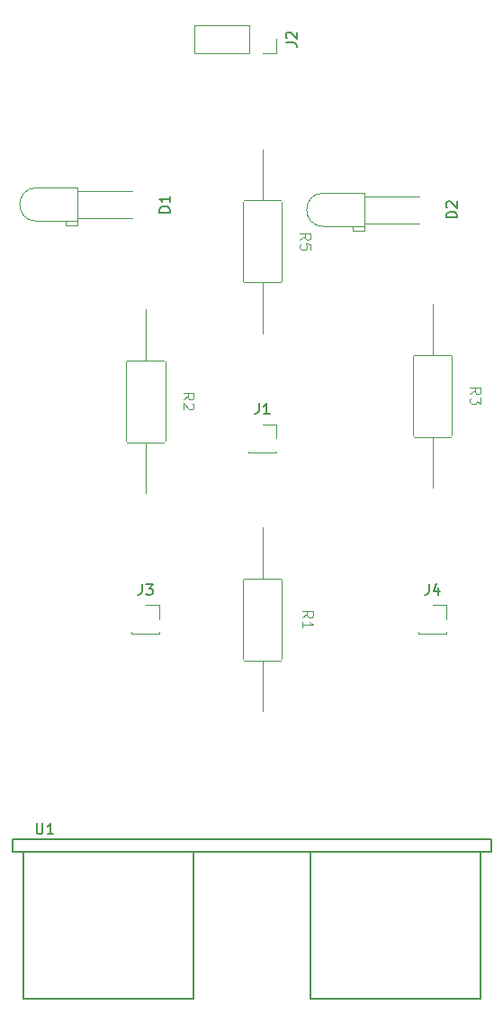
<source format=gto>
%TF.GenerationSoftware,KiCad,Pcbnew,8.0.4*%
%TF.CreationDate,2024-11-11T12:12:06-05:00*%
%TF.ProjectId,HC-SR04sensor,48432d53-5230-4347-9365-6e736f722e6b,rev?*%
%TF.SameCoordinates,Original*%
%TF.FileFunction,Legend,Top*%
%TF.FilePolarity,Positive*%
%FSLAX46Y46*%
G04 Gerber Fmt 4.6, Leading zero omitted, Abs format (unit mm)*
G04 Created by KiCad (PCBNEW 8.0.4) date 2024-11-11 12:12:06*
%MOMM*%
%LPD*%
G01*
G04 APERTURE LIST*
%ADD10C,0.100000*%
%ADD11C,0.150000*%
%ADD12C,0.120000*%
%ADD13C,0.127000*%
G04 APERTURE END LIST*
D10*
X144042580Y-100833333D02*
X144518771Y-100500000D01*
X144042580Y-100261905D02*
X145042580Y-100261905D01*
X145042580Y-100261905D02*
X145042580Y-100642857D01*
X145042580Y-100642857D02*
X144994961Y-100738095D01*
X144994961Y-100738095D02*
X144947342Y-100785714D01*
X144947342Y-100785714D02*
X144852104Y-100833333D01*
X144852104Y-100833333D02*
X144709247Y-100833333D01*
X144709247Y-100833333D02*
X144614009Y-100785714D01*
X144614009Y-100785714D02*
X144566390Y-100738095D01*
X144566390Y-100738095D02*
X144518771Y-100642857D01*
X144518771Y-100642857D02*
X144518771Y-100261905D01*
X145042580Y-101166667D02*
X145042580Y-101785714D01*
X145042580Y-101785714D02*
X144661628Y-101452381D01*
X144661628Y-101452381D02*
X144661628Y-101595238D01*
X144661628Y-101595238D02*
X144614009Y-101690476D01*
X144614009Y-101690476D02*
X144566390Y-101738095D01*
X144566390Y-101738095D02*
X144471152Y-101785714D01*
X144471152Y-101785714D02*
X144233057Y-101785714D01*
X144233057Y-101785714D02*
X144137819Y-101738095D01*
X144137819Y-101738095D02*
X144090200Y-101690476D01*
X144090200Y-101690476D02*
X144042580Y-101595238D01*
X144042580Y-101595238D02*
X144042580Y-101309524D01*
X144042580Y-101309524D02*
X144090200Y-101214286D01*
X144090200Y-101214286D02*
X144137819Y-101166667D01*
X117042580Y-101333333D02*
X117518771Y-101000000D01*
X117042580Y-100761905D02*
X118042580Y-100761905D01*
X118042580Y-100761905D02*
X118042580Y-101142857D01*
X118042580Y-101142857D02*
X117994961Y-101238095D01*
X117994961Y-101238095D02*
X117947342Y-101285714D01*
X117947342Y-101285714D02*
X117852104Y-101333333D01*
X117852104Y-101333333D02*
X117709247Y-101333333D01*
X117709247Y-101333333D02*
X117614009Y-101285714D01*
X117614009Y-101285714D02*
X117566390Y-101238095D01*
X117566390Y-101238095D02*
X117518771Y-101142857D01*
X117518771Y-101142857D02*
X117518771Y-100761905D01*
X117947342Y-101714286D02*
X117994961Y-101761905D01*
X117994961Y-101761905D02*
X118042580Y-101857143D01*
X118042580Y-101857143D02*
X118042580Y-102095238D01*
X118042580Y-102095238D02*
X117994961Y-102190476D01*
X117994961Y-102190476D02*
X117947342Y-102238095D01*
X117947342Y-102238095D02*
X117852104Y-102285714D01*
X117852104Y-102285714D02*
X117756866Y-102285714D01*
X117756866Y-102285714D02*
X117614009Y-102238095D01*
X117614009Y-102238095D02*
X117042580Y-101666667D01*
X117042580Y-101666667D02*
X117042580Y-102285714D01*
D11*
X140166666Y-118684819D02*
X140166666Y-119399104D01*
X140166666Y-119399104D02*
X140119047Y-119541961D01*
X140119047Y-119541961D02*
X140023809Y-119637200D01*
X140023809Y-119637200D02*
X139880952Y-119684819D01*
X139880952Y-119684819D02*
X139785714Y-119684819D01*
X141071428Y-119018152D02*
X141071428Y-119684819D01*
X140833333Y-118637200D02*
X140595238Y-119351485D01*
X140595238Y-119351485D02*
X141214285Y-119351485D01*
X113166666Y-118684819D02*
X113166666Y-119399104D01*
X113166666Y-119399104D02*
X113119047Y-119541961D01*
X113119047Y-119541961D02*
X113023809Y-119637200D01*
X113023809Y-119637200D02*
X112880952Y-119684819D01*
X112880952Y-119684819D02*
X112785714Y-119684819D01*
X113547619Y-118684819D02*
X114166666Y-118684819D01*
X114166666Y-118684819D02*
X113833333Y-119065771D01*
X113833333Y-119065771D02*
X113976190Y-119065771D01*
X113976190Y-119065771D02*
X114071428Y-119113390D01*
X114071428Y-119113390D02*
X114119047Y-119161009D01*
X114119047Y-119161009D02*
X114166666Y-119256247D01*
X114166666Y-119256247D02*
X114166666Y-119494342D01*
X114166666Y-119494342D02*
X114119047Y-119589580D01*
X114119047Y-119589580D02*
X114071428Y-119637200D01*
X114071428Y-119637200D02*
X113976190Y-119684819D01*
X113976190Y-119684819D02*
X113690476Y-119684819D01*
X113690476Y-119684819D02*
X113595238Y-119637200D01*
X113595238Y-119637200D02*
X113547619Y-119589580D01*
X115789819Y-83758094D02*
X114789819Y-83758094D01*
X114789819Y-83758094D02*
X114789819Y-83519999D01*
X114789819Y-83519999D02*
X114837438Y-83377142D01*
X114837438Y-83377142D02*
X114932676Y-83281904D01*
X114932676Y-83281904D02*
X115027914Y-83234285D01*
X115027914Y-83234285D02*
X115218390Y-83186666D01*
X115218390Y-83186666D02*
X115361247Y-83186666D01*
X115361247Y-83186666D02*
X115551723Y-83234285D01*
X115551723Y-83234285D02*
X115646961Y-83281904D01*
X115646961Y-83281904D02*
X115742200Y-83377142D01*
X115742200Y-83377142D02*
X115789819Y-83519999D01*
X115789819Y-83519999D02*
X115789819Y-83758094D01*
X115789819Y-82234285D02*
X115789819Y-82805713D01*
X115789819Y-82519999D02*
X114789819Y-82519999D01*
X114789819Y-82519999D02*
X114932676Y-82615237D01*
X114932676Y-82615237D02*
X115027914Y-82710475D01*
X115027914Y-82710475D02*
X115075533Y-82805713D01*
X124166666Y-101684819D02*
X124166666Y-102399104D01*
X124166666Y-102399104D02*
X124119047Y-102541961D01*
X124119047Y-102541961D02*
X124023809Y-102637200D01*
X124023809Y-102637200D02*
X123880952Y-102684819D01*
X123880952Y-102684819D02*
X123785714Y-102684819D01*
X125166666Y-102684819D02*
X124595238Y-102684819D01*
X124880952Y-102684819D02*
X124880952Y-101684819D01*
X124880952Y-101684819D02*
X124785714Y-101827676D01*
X124785714Y-101827676D02*
X124690476Y-101922914D01*
X124690476Y-101922914D02*
X124595238Y-101970533D01*
D10*
X128242580Y-121833333D02*
X128718771Y-121500000D01*
X128242580Y-121261905D02*
X129242580Y-121261905D01*
X129242580Y-121261905D02*
X129242580Y-121642857D01*
X129242580Y-121642857D02*
X129194961Y-121738095D01*
X129194961Y-121738095D02*
X129147342Y-121785714D01*
X129147342Y-121785714D02*
X129052104Y-121833333D01*
X129052104Y-121833333D02*
X128909247Y-121833333D01*
X128909247Y-121833333D02*
X128814009Y-121785714D01*
X128814009Y-121785714D02*
X128766390Y-121738095D01*
X128766390Y-121738095D02*
X128718771Y-121642857D01*
X128718771Y-121642857D02*
X128718771Y-121261905D01*
X128242580Y-122785714D02*
X128242580Y-122214286D01*
X128242580Y-122500000D02*
X129242580Y-122500000D01*
X129242580Y-122500000D02*
X129099723Y-122404762D01*
X129099723Y-122404762D02*
X129004485Y-122309524D01*
X129004485Y-122309524D02*
X128956866Y-122214286D01*
D11*
X126724819Y-67833333D02*
X127439104Y-67833333D01*
X127439104Y-67833333D02*
X127581961Y-67880952D01*
X127581961Y-67880952D02*
X127677200Y-67976190D01*
X127677200Y-67976190D02*
X127724819Y-68119047D01*
X127724819Y-68119047D02*
X127724819Y-68214285D01*
X126820057Y-67404761D02*
X126772438Y-67357142D01*
X126772438Y-67357142D02*
X126724819Y-67261904D01*
X126724819Y-67261904D02*
X126724819Y-67023809D01*
X126724819Y-67023809D02*
X126772438Y-66928571D01*
X126772438Y-66928571D02*
X126820057Y-66880952D01*
X126820057Y-66880952D02*
X126915295Y-66833333D01*
X126915295Y-66833333D02*
X127010533Y-66833333D01*
X127010533Y-66833333D02*
X127153390Y-66880952D01*
X127153390Y-66880952D02*
X127724819Y-67452380D01*
X127724819Y-67452380D02*
X127724819Y-66833333D01*
X103252649Y-141146249D02*
X103252649Y-141956194D01*
X103252649Y-141956194D02*
X103300292Y-142051482D01*
X103300292Y-142051482D02*
X103347936Y-142099126D01*
X103347936Y-142099126D02*
X103443224Y-142146769D01*
X103443224Y-142146769D02*
X103633799Y-142146769D01*
X103633799Y-142146769D02*
X103729087Y-142099126D01*
X103729087Y-142099126D02*
X103776730Y-142051482D01*
X103776730Y-142051482D02*
X103824374Y-141956194D01*
X103824374Y-141956194D02*
X103824374Y-141146249D01*
X104824894Y-142146769D02*
X104253169Y-142146769D01*
X104539032Y-142146769D02*
X104539032Y-141146249D01*
X104539032Y-141146249D02*
X104443744Y-141289181D01*
X104443744Y-141289181D02*
X104348456Y-141384468D01*
X104348456Y-141384468D02*
X104253169Y-141432112D01*
D10*
X128042580Y-86333333D02*
X128518771Y-86000000D01*
X128042580Y-85761905D02*
X129042580Y-85761905D01*
X129042580Y-85761905D02*
X129042580Y-86142857D01*
X129042580Y-86142857D02*
X128994961Y-86238095D01*
X128994961Y-86238095D02*
X128947342Y-86285714D01*
X128947342Y-86285714D02*
X128852104Y-86333333D01*
X128852104Y-86333333D02*
X128709247Y-86333333D01*
X128709247Y-86333333D02*
X128614009Y-86285714D01*
X128614009Y-86285714D02*
X128566390Y-86238095D01*
X128566390Y-86238095D02*
X128518771Y-86142857D01*
X128518771Y-86142857D02*
X128518771Y-85761905D01*
X129042580Y-87238095D02*
X129042580Y-86761905D01*
X129042580Y-86761905D02*
X128566390Y-86714286D01*
X128566390Y-86714286D02*
X128614009Y-86761905D01*
X128614009Y-86761905D02*
X128661628Y-86857143D01*
X128661628Y-86857143D02*
X128661628Y-87095238D01*
X128661628Y-87095238D02*
X128614009Y-87190476D01*
X128614009Y-87190476D02*
X128566390Y-87238095D01*
X128566390Y-87238095D02*
X128471152Y-87285714D01*
X128471152Y-87285714D02*
X128233057Y-87285714D01*
X128233057Y-87285714D02*
X128137819Y-87238095D01*
X128137819Y-87238095D02*
X128090200Y-87190476D01*
X128090200Y-87190476D02*
X128042580Y-87095238D01*
X128042580Y-87095238D02*
X128042580Y-86857143D01*
X128042580Y-86857143D02*
X128090200Y-86761905D01*
X128090200Y-86761905D02*
X128137819Y-86714286D01*
D11*
X142789819Y-84258094D02*
X141789819Y-84258094D01*
X141789819Y-84258094D02*
X141789819Y-84019999D01*
X141789819Y-84019999D02*
X141837438Y-83877142D01*
X141837438Y-83877142D02*
X141932676Y-83781904D01*
X141932676Y-83781904D02*
X142027914Y-83734285D01*
X142027914Y-83734285D02*
X142218390Y-83686666D01*
X142218390Y-83686666D02*
X142361247Y-83686666D01*
X142361247Y-83686666D02*
X142551723Y-83734285D01*
X142551723Y-83734285D02*
X142646961Y-83781904D01*
X142646961Y-83781904D02*
X142742200Y-83877142D01*
X142742200Y-83877142D02*
X142789819Y-84019999D01*
X142789819Y-84019999D02*
X142789819Y-84258094D01*
X141885057Y-83305713D02*
X141837438Y-83258094D01*
X141837438Y-83258094D02*
X141789819Y-83162856D01*
X141789819Y-83162856D02*
X141789819Y-82924761D01*
X141789819Y-82924761D02*
X141837438Y-82829523D01*
X141837438Y-82829523D02*
X141885057Y-82781904D01*
X141885057Y-82781904D02*
X141980295Y-82734285D01*
X141980295Y-82734285D02*
X142075533Y-82734285D01*
X142075533Y-82734285D02*
X142218390Y-82781904D01*
X142218390Y-82781904D02*
X142789819Y-83353332D01*
X142789819Y-83353332D02*
X142789819Y-82734285D01*
D10*
%TO.C,R3*%
X140500000Y-92350000D02*
X140500000Y-97150000D01*
X142250000Y-97150000D02*
X138750000Y-97150000D01*
X142350000Y-97250000D02*
X142350000Y-104750000D01*
X138650000Y-97250000D02*
X138650000Y-104750000D01*
X142250000Y-104850000D02*
X138750000Y-104850000D01*
X140500000Y-104850000D02*
X140500000Y-109650000D01*
%TO.C,R2*%
X113500000Y-92850000D02*
X113500000Y-97650000D01*
X115250000Y-97650000D02*
X111750000Y-97650000D01*
X115350000Y-97750000D02*
X115350000Y-105250000D01*
X111650000Y-97750000D02*
X111650000Y-105250000D01*
X115250000Y-105350000D02*
X111750000Y-105350000D01*
X113500000Y-105350000D02*
X113500000Y-110150000D01*
D12*
%TO.C,J4*%
X139170000Y-123210000D02*
X139170000Y-123330000D01*
X139170000Y-123330000D02*
X141830000Y-123330000D01*
X140500000Y-120670000D02*
X141830000Y-120670000D01*
X141830000Y-120670000D02*
X141830000Y-122000000D01*
X141830000Y-123210000D02*
X141830000Y-123330000D01*
%TO.C,J3*%
X112170000Y-123210000D02*
X112170000Y-123330000D01*
X112170000Y-123330000D02*
X114830000Y-123330000D01*
X113500000Y-120670000D02*
X114830000Y-120670000D01*
X114830000Y-120670000D02*
X114830000Y-122000000D01*
X114830000Y-123210000D02*
X114830000Y-123330000D01*
%TO.C,D1*%
X107085000Y-81460000D02*
X103225000Y-81460000D01*
X107085000Y-81460000D02*
X107085000Y-84580000D01*
X112295000Y-81750000D02*
X112295000Y-81750000D01*
X112295000Y-81750000D02*
X107085000Y-81750000D01*
X107085000Y-81750000D02*
X112295000Y-81750000D01*
X107085000Y-81750000D02*
X107085000Y-81750000D01*
X112295000Y-84290000D02*
X112295000Y-84290000D01*
X112295000Y-84290000D02*
X107085000Y-84290000D01*
X107085000Y-84290000D02*
X112295000Y-84290000D01*
X107085000Y-84290000D02*
X107085000Y-84290000D01*
X107085000Y-84580000D02*
X103225000Y-84580000D01*
X107085000Y-84580000D02*
X107085000Y-84980000D01*
X105965000Y-84580000D02*
X107085000Y-84580000D01*
X107085000Y-84980000D02*
X105965000Y-84980000D01*
X105965000Y-84980000D02*
X105965000Y-84580000D01*
X103225000Y-84580000D02*
G75*
G02*
X103225000Y-81460000I0J1560000D01*
G01*
%TO.C,J1*%
X123170000Y-106210000D02*
X123170000Y-106330000D01*
X123170000Y-106330000D02*
X125830000Y-106330000D01*
X124500000Y-103670000D02*
X125830000Y-103670000D01*
X125830000Y-103670000D02*
X125830000Y-105000000D01*
X125830000Y-106210000D02*
X125830000Y-106330000D01*
D10*
%TO.C,R1*%
X122650000Y-118250000D02*
X122650000Y-125750000D01*
X124500000Y-113350000D02*
X124500000Y-118150000D01*
X124500000Y-125850000D02*
X124500000Y-130650000D01*
X126250000Y-118150000D02*
X122750000Y-118150000D01*
X126250000Y-125850000D02*
X122750000Y-125850000D01*
X126350000Y-118250000D02*
X126350000Y-125750000D01*
D12*
%TO.C,J2*%
X118090000Y-66170000D02*
X118090000Y-68830000D01*
X123230000Y-66170000D02*
X118090000Y-66170000D01*
X123230000Y-66170000D02*
X123230000Y-68830000D01*
X123230000Y-68830000D02*
X118090000Y-68830000D01*
X125830000Y-67500000D02*
X125830000Y-68830000D01*
X125830000Y-68830000D02*
X124500000Y-68830000D01*
D13*
%TO.C,U1*%
X101000000Y-142645000D02*
X146000000Y-142645000D01*
X101000000Y-143845000D02*
X101000000Y-142645000D01*
X102000000Y-143845000D02*
X101000000Y-143845000D01*
X102000000Y-143845000D02*
X102000000Y-157645000D01*
X102000000Y-157645000D02*
X118000000Y-157645000D01*
X118000000Y-143845000D02*
X102000000Y-143845000D01*
X118000000Y-143845000D02*
X118000000Y-157645000D01*
X129000000Y-143845000D02*
X118000000Y-143845000D01*
X129000000Y-143845000D02*
X129000000Y-157645000D01*
X129000000Y-157645000D02*
X145000000Y-157645000D01*
X145000000Y-143845000D02*
X129000000Y-143845000D01*
X145000000Y-143845000D02*
X145000000Y-157645000D01*
X146000000Y-142645000D02*
X146000000Y-143845000D01*
X146000000Y-143845000D02*
X145000000Y-143845000D01*
D10*
%TO.C,R5*%
X122650000Y-82750000D02*
X122650000Y-90250000D01*
X124500000Y-77850000D02*
X124500000Y-82650000D01*
X124500000Y-90350000D02*
X124500000Y-95150000D01*
X126250000Y-82650000D02*
X122750000Y-82650000D01*
X126250000Y-90350000D02*
X122750000Y-90350000D01*
X126350000Y-82750000D02*
X126350000Y-90250000D01*
D12*
%TO.C,D2*%
X134085000Y-81960000D02*
X130225000Y-81960000D01*
X134085000Y-81960000D02*
X134085000Y-85080000D01*
X139295000Y-82250000D02*
X139295000Y-82250000D01*
X139295000Y-82250000D02*
X134085000Y-82250000D01*
X134085000Y-82250000D02*
X139295000Y-82250000D01*
X134085000Y-82250000D02*
X134085000Y-82250000D01*
X139295000Y-84790000D02*
X139295000Y-84790000D01*
X139295000Y-84790000D02*
X134085000Y-84790000D01*
X134085000Y-84790000D02*
X139295000Y-84790000D01*
X134085000Y-84790000D02*
X134085000Y-84790000D01*
X134085000Y-85080000D02*
X130225000Y-85080000D01*
X134085000Y-85080000D02*
X134085000Y-85480000D01*
X132965000Y-85080000D02*
X134085000Y-85080000D01*
X134085000Y-85480000D02*
X132965000Y-85480000D01*
X132965000Y-85480000D02*
X132965000Y-85080000D01*
X130225000Y-85080000D02*
G75*
G02*
X130225000Y-81960000I0J1560000D01*
G01*
%TD*%
M02*

</source>
